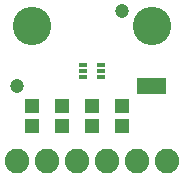
<source format=gbr>
G04 EAGLE Gerber RS-274X export*
G75*
%MOMM*%
%FSLAX34Y34*%
%LPD*%
%INSoldermask Top*%
%IPPOS*%
%AMOC8*
5,1,8,0,0,1.08239X$1,22.5*%
G01*
%ADD10R,1.203200X1.303200*%
%ADD11C,1.203200*%
%ADD12C,2.082800*%
%ADD13R,0.838200X1.473200*%
%ADD14R,0.711200X0.452119*%
%ADD15C,3.251200*%


D10*
X50800Y42300D03*
X50800Y59300D03*
X76200Y42300D03*
X76200Y59300D03*
X101600Y42300D03*
X101600Y59300D03*
X25400Y59300D03*
X25400Y42300D03*
D11*
X12700Y76200D03*
X101600Y139700D03*
D12*
X12700Y12700D03*
X38100Y12700D03*
X63500Y12700D03*
X88900Y12700D03*
X114300Y12700D03*
X139700Y12700D03*
D13*
X118872Y76200D03*
X127000Y76200D03*
X135128Y76200D03*
D14*
X68436Y88867D03*
X84200Y88867D03*
X84200Y93958D03*
X84200Y83920D03*
X68436Y93958D03*
X68436Y83920D03*
D15*
X25400Y127000D03*
X127000Y127000D03*
M02*

</source>
